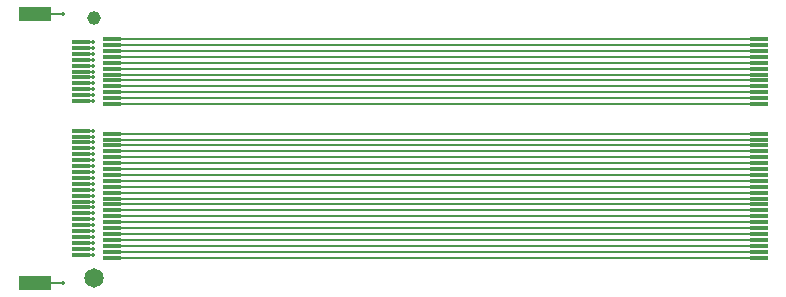
<source format=gtl>
G04*
G04 #@! TF.GenerationSoftware,Altium Limited,Altium Designer,21.7.2 (23)*
G04*
G04 Layer_Physical_Order=1*
G04 Layer_Color=255*
%FSLAX25Y25*%
%MOIN*%
G70*
G04*
G04 #@! TF.SameCoordinates,AC63ED2E-E8E0-4B6E-8806-03F55A2ED641*
G04*
G04*
G04 #@! TF.FilePolarity,Positive*
G04*
G01*
G75*
%ADD17R,0.05906X0.01181*%
%ADD18R,0.10827X0.04724*%
%ADD19R,0.05906X0.01378*%
%ADD26C,0.00753*%
%ADD27C,0.06496*%
%ADD28C,0.04528*%
%ADD29C,0.01378*%
D17*
X226378Y291339D02*
D03*
X236772Y292323D02*
D03*
X226378Y293307D02*
D03*
X236772Y294291D02*
D03*
X226378Y295276D02*
D03*
X236772Y296260D02*
D03*
X226378Y297244D02*
D03*
X236772Y298228D02*
D03*
Y268701D02*
D03*
X226378Y269685D02*
D03*
X236772Y270669D02*
D03*
X226378Y271654D02*
D03*
X236772Y272638D02*
D03*
X226378Y273622D02*
D03*
X236772Y274606D02*
D03*
X226378Y275590D02*
D03*
X236772Y276575D02*
D03*
X226378Y277559D02*
D03*
X236772Y278543D02*
D03*
X226378Y279528D02*
D03*
X236772Y280512D02*
D03*
X226378Y281496D02*
D03*
X236772Y282480D02*
D03*
X226378Y283465D02*
D03*
X236772Y284449D02*
D03*
X226378Y285433D02*
D03*
X236772Y286417D02*
D03*
X226378Y287402D02*
D03*
X236772Y288386D02*
D03*
X226378Y289370D02*
D03*
X236772Y290354D02*
D03*
X226378Y299213D02*
D03*
X236772Y300197D02*
D03*
X226378Y301181D02*
D03*
X236772Y302165D02*
D03*
X226378Y303150D02*
D03*
X236772Y304134D02*
D03*
X226378Y305118D02*
D03*
X236772Y306102D02*
D03*
X226378Y307087D02*
D03*
X236772Y308071D02*
D03*
X226378Y309055D02*
D03*
X236772Y310039D02*
D03*
X226378Y311024D02*
D03*
X236772Y319882D02*
D03*
X226378Y320866D02*
D03*
X236772Y321850D02*
D03*
X226378Y322835D02*
D03*
X236772Y323819D02*
D03*
X226378Y324803D02*
D03*
X236772Y325787D02*
D03*
X226378Y326772D02*
D03*
X236772Y327756D02*
D03*
X226378Y328740D02*
D03*
X236772Y329724D02*
D03*
X226378Y330709D02*
D03*
X236772Y331693D02*
D03*
X226378Y332677D02*
D03*
X236772Y333661D02*
D03*
X226378Y334646D02*
D03*
X236772Y335630D02*
D03*
X226378Y336614D02*
D03*
X236772Y337598D02*
D03*
X226378Y338583D02*
D03*
X236772Y339567D02*
D03*
X226378Y340551D02*
D03*
X236772Y341535D02*
D03*
D18*
X211102Y260295D02*
D03*
Y349941D02*
D03*
D19*
X452362Y341535D02*
D03*
Y339567D02*
D03*
Y337598D02*
D03*
Y335630D02*
D03*
Y333661D02*
D03*
Y331693D02*
D03*
Y329724D02*
D03*
Y327756D02*
D03*
Y325787D02*
D03*
Y323819D02*
D03*
Y321850D02*
D03*
Y319882D02*
D03*
Y310039D02*
D03*
Y308071D02*
D03*
Y306102D02*
D03*
Y304134D02*
D03*
Y302165D02*
D03*
Y300197D02*
D03*
Y290354D02*
D03*
Y288386D02*
D03*
Y286417D02*
D03*
Y284449D02*
D03*
Y282480D02*
D03*
Y280512D02*
D03*
Y278543D02*
D03*
Y276575D02*
D03*
Y274606D02*
D03*
Y272638D02*
D03*
Y270669D02*
D03*
Y268701D02*
D03*
Y298228D02*
D03*
Y296260D02*
D03*
Y294291D02*
D03*
Y292323D02*
D03*
D26*
X211102Y349941D02*
X220472D01*
X211102Y260295D02*
X220472D01*
X226378Y311024D02*
X230315D01*
X226378Y309055D02*
X230315D01*
X226378Y307087D02*
X230315D01*
X226378Y305118D02*
X230315D01*
X226378Y303150D02*
X230315D01*
X226378Y301181D02*
X230315D01*
X226378Y299213D02*
X230315D01*
X226378Y297244D02*
X230315D01*
X226378Y295276D02*
X230315D01*
X226378Y293307D02*
X230315D01*
X226378Y291339D02*
X230315D01*
X226378Y269685D02*
X230315D01*
X229707Y271654D02*
X230315D01*
X229707Y271654D02*
X229707Y271654D01*
X226378Y271654D02*
X229707D01*
X226378Y273622D02*
X230315D01*
X226378Y275590D02*
X230315D01*
X229707Y277559D02*
X230315D01*
X229707Y277559D02*
X229707Y277559D01*
X226378Y277559D02*
X229707D01*
X226378Y279528D02*
X230315D01*
X229707Y281496D02*
X230315D01*
X229707Y281496D02*
X229707Y281496D01*
X226378Y281496D02*
X229707D01*
X226378Y283465D02*
X230315D01*
X226378Y285433D02*
X230315D01*
X229707Y287402D02*
X230315D01*
X229707Y287402D02*
X229707Y287402D01*
X226378Y287402D02*
X229707D01*
X226378Y289370D02*
X230315D01*
X236772Y310039D02*
X452362D01*
X236772Y308071D02*
X452362D01*
X236772Y306102D02*
X452362D01*
X236772Y304134D02*
X452362D01*
X236772Y302165D02*
X452362D01*
X236772Y300197D02*
X452362D01*
X236772Y298228D02*
X452362D01*
X236772Y296260D02*
X452362D01*
X236772Y294291D02*
X452362D01*
X236772Y292323D02*
X452362D01*
X236772Y290354D02*
X452362D01*
X236772Y268701D02*
X452362D01*
X236772Y270669D02*
X452362D01*
X236772Y272638D02*
X452362D01*
X236772Y274606D02*
X452362D01*
X236772Y276575D02*
X452362D01*
X236772Y278543D02*
X452362D01*
X236772Y280512D02*
X452362D01*
X236772Y282480D02*
X452362D01*
X236772Y284449D02*
X452362D01*
X236772Y286417D02*
X452362D01*
X236772Y288386D02*
X452362D01*
X226378Y340551D02*
X230315D01*
X226378Y338583D02*
X230315D01*
X226378Y336614D02*
X230315D01*
X226378Y334646D02*
X230315D01*
X226378Y332677D02*
X230315D01*
X226378Y320866D02*
X230315D01*
X226378Y322835D02*
X230315D01*
X226378Y324803D02*
X230315D01*
X226378Y326772D02*
X230315D01*
X226378Y328740D02*
X230315D01*
X226378Y330709D02*
X230315D01*
X236772Y319882D02*
X452362D01*
X236772Y321850D02*
X452362D01*
X236772Y323819D02*
X452362D01*
X236772Y325787D02*
X452362D01*
X236772Y327756D02*
X452362D01*
X236772Y329724D02*
X452362D01*
X236772Y331693D02*
X452362D01*
X236772Y333661D02*
X452362D01*
X236772Y335630D02*
X452362D01*
X236772Y337598D02*
X452362D01*
X236772Y339567D02*
X452362D01*
X236772Y341535D02*
X452362D01*
D27*
X230669Y261811D02*
D03*
D28*
Y348425D02*
D03*
D29*
X220472Y260295D02*
D03*
Y349941D02*
D03*
X230315Y311024D02*
D03*
Y309055D02*
D03*
Y307087D02*
D03*
Y305118D02*
D03*
Y303150D02*
D03*
Y301181D02*
D03*
Y299213D02*
D03*
Y297244D02*
D03*
Y295276D02*
D03*
Y293307D02*
D03*
Y291339D02*
D03*
Y269685D02*
D03*
Y271654D02*
D03*
Y273622D02*
D03*
Y275590D02*
D03*
Y277559D02*
D03*
Y279528D02*
D03*
Y281496D02*
D03*
Y283465D02*
D03*
Y285433D02*
D03*
Y287402D02*
D03*
Y289370D02*
D03*
Y340551D02*
D03*
Y338583D02*
D03*
Y336614D02*
D03*
Y334646D02*
D03*
Y332677D02*
D03*
Y330709D02*
D03*
Y328740D02*
D03*
Y326772D02*
D03*
Y324803D02*
D03*
Y322835D02*
D03*
Y320866D02*
D03*
M02*

</source>
